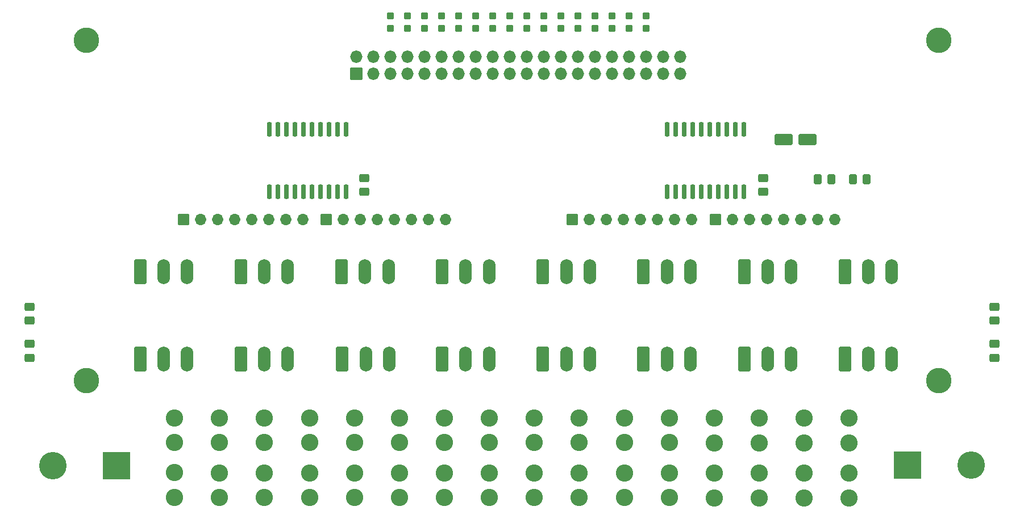
<source format=gbr>
%TF.GenerationSoftware,KiCad,Pcbnew,(6.0.5)*%
%TF.CreationDate,2022-06-05T14:12:05-04:00*%
%TF.ProjectId,PB_16,50425f31-362e-46b6-9963-61645f706362,v3*%
%TF.SameCoordinates,Original*%
%TF.FileFunction,Soldermask,Top*%
%TF.FilePolarity,Negative*%
%FSLAX46Y46*%
G04 Gerber Fmt 4.6, Leading zero omitted, Abs format (unit mm)*
G04 Created by KiCad (PCBNEW (6.0.5)) date 2022-06-05 14:12:05*
%MOMM*%
%LPD*%
G01*
G04 APERTURE LIST*
G04 Aperture macros list*
%AMRoundRect*
0 Rectangle with rounded corners*
0 $1 Rounding radius*
0 $2 $3 $4 $5 $6 $7 $8 $9 X,Y pos of 4 corners*
0 Add a 4 corners polygon primitive as box body*
4,1,4,$2,$3,$4,$5,$6,$7,$8,$9,$2,$3,0*
0 Add four circle primitives for the rounded corners*
1,1,$1+$1,$2,$3*
1,1,$1+$1,$4,$5*
1,1,$1+$1,$6,$7*
1,1,$1+$1,$8,$9*
0 Add four rect primitives between the rounded corners*
20,1,$1+$1,$2,$3,$4,$5,0*
20,1,$1+$1,$4,$5,$6,$7,0*
20,1,$1+$1,$6,$7,$8,$9,0*
20,1,$1+$1,$8,$9,$2,$3,0*%
G04 Aperture macros list end*
%ADD10RoundRect,0.288500X0.237500X-0.250000X0.237500X0.250000X-0.237500X0.250000X-0.237500X-0.250000X0*%
%ADD11RoundRect,0.300999X0.450001X-0.325001X0.450001X0.325001X-0.450001X0.325001X-0.450001X-0.325001X0*%
%ADD12RoundRect,0.301000X-0.650000X-1.550000X0.650000X-1.550000X0.650000X1.550000X-0.650000X1.550000X0*%
%ADD13O,1.902000X3.702000*%
%ADD14C,2.577000*%
%ADD15RoundRect,0.051000X-0.800000X-0.800000X0.800000X-0.800000X0.800000X0.800000X-0.800000X0.800000X0*%
%ADD16O,1.702000X1.702000*%
%ADD17C,3.802000*%
%ADD18RoundRect,0.300999X-0.450001X0.325001X-0.450001X-0.325001X0.450001X-0.325001X0.450001X0.325001X0*%
%ADD19RoundRect,0.300999X0.325001X0.450001X-0.325001X0.450001X-0.325001X-0.450001X0.325001X-0.450001X0*%
%ADD20RoundRect,0.051000X0.863600X-0.863600X0.863600X0.863600X-0.863600X0.863600X-0.863600X-0.863600X0*%
%ADD21O,1.829200X1.829200*%
%ADD22C,4.102000*%
%ADD23RoundRect,0.051000X2.000000X2.000000X-2.000000X2.000000X-2.000000X-2.000000X2.000000X-2.000000X0*%
%ADD24RoundRect,0.051000X-2.000000X-2.000000X2.000000X-2.000000X2.000000X2.000000X-2.000000X2.000000X0*%
%ADD25RoundRect,0.201000X-0.150000X0.875000X-0.150000X-0.875000X0.150000X-0.875000X0.150000X0.875000X0*%
%ADD26RoundRect,0.301000X-1.050000X-0.550000X1.050000X-0.550000X1.050000X0.550000X-1.050000X0.550000X0*%
G04 APERTURE END LIST*
D10*
%TO.C,R19*%
X164511000Y-80230300D03*
X164511000Y-78405300D03*
%TD*%
%TO.C,R18*%
X161967000Y-80230300D03*
X161967000Y-78405300D03*
%TD*%
%TO.C,R17*%
X159423000Y-80230300D03*
X159423000Y-78405300D03*
%TD*%
%TO.C,R16*%
X156879000Y-80230300D03*
X156879000Y-78405300D03*
%TD*%
%TO.C,R15*%
X154335000Y-80230300D03*
X154335000Y-78405300D03*
%TD*%
%TO.C,R14*%
X151791000Y-80230300D03*
X151791000Y-78405300D03*
%TD*%
%TO.C,R13*%
X149247000Y-80230300D03*
X149247000Y-78405300D03*
%TD*%
%TO.C,R12*%
X146703000Y-80230300D03*
X146703000Y-78405300D03*
%TD*%
%TO.C,R11*%
X144159000Y-80230300D03*
X144159000Y-78405300D03*
%TD*%
%TO.C,R10*%
X141615000Y-80230300D03*
X141615000Y-78405300D03*
%TD*%
%TO.C,R9*%
X139071000Y-80230300D03*
X139071000Y-78405300D03*
%TD*%
%TO.C,R8*%
X136527000Y-80230300D03*
X136527000Y-78405300D03*
%TD*%
%TO.C,R7*%
X133983000Y-80230300D03*
X133983000Y-78405300D03*
%TD*%
%TO.C,R6*%
X131439000Y-80230300D03*
X131439000Y-78405300D03*
%TD*%
%TO.C,R5*%
X128895000Y-80230300D03*
X128895000Y-78405300D03*
%TD*%
%TO.C,R4*%
X126351000Y-80230300D03*
X126351000Y-78405300D03*
%TD*%
D11*
%TO.C,C2*%
X181901000Y-104642800D03*
X181901000Y-102592800D03*
%TD*%
D12*
%TO.C,J2*%
X89100000Y-129600000D03*
D13*
X92600000Y-129600000D03*
X96100000Y-129600000D03*
%TD*%
D12*
%TO.C,J5*%
X119100000Y-116600000D03*
D13*
X122600000Y-116600000D03*
X126100000Y-116600000D03*
%TD*%
D12*
%TO.C,J6*%
X119214342Y-129600000D03*
D13*
X122714342Y-129600000D03*
X126214342Y-129600000D03*
%TD*%
D12*
%TO.C,J7*%
X134100000Y-116600000D03*
D13*
X137600000Y-116600000D03*
X141100000Y-116600000D03*
%TD*%
D12*
%TO.C,J8*%
X134100000Y-129600000D03*
D13*
X137600000Y-129600000D03*
X141100000Y-129600000D03*
%TD*%
D12*
%TO.C,J9*%
X149100000Y-116600000D03*
D13*
X152600000Y-116600000D03*
X156100000Y-116600000D03*
%TD*%
D12*
%TO.C,J10*%
X149100000Y-129600000D03*
D13*
X152600000Y-129600000D03*
X156100000Y-129600000D03*
%TD*%
D12*
%TO.C,J11*%
X164100000Y-116600000D03*
D13*
X167600000Y-116600000D03*
X171100000Y-116600000D03*
%TD*%
D12*
%TO.C,J12*%
X164100000Y-129600000D03*
D13*
X167600000Y-129600000D03*
X171100000Y-129600000D03*
%TD*%
D12*
%TO.C,J13*%
X179100000Y-116600000D03*
D13*
X182600000Y-116600000D03*
X186100000Y-116600000D03*
%TD*%
D12*
%TO.C,J14*%
X179100000Y-129600000D03*
D13*
X182600000Y-129600000D03*
X186100000Y-129600000D03*
%TD*%
D12*
%TO.C,J15*%
X194100000Y-116600000D03*
D13*
X197600000Y-116600000D03*
X201100000Y-116600000D03*
%TD*%
D12*
%TO.C,J16*%
X194100000Y-129600000D03*
D13*
X197600000Y-129600000D03*
X201100000Y-129600000D03*
%TD*%
D14*
%TO.C,F1*%
X94222600Y-150288600D03*
X94222600Y-146588600D03*
X94222600Y-142088600D03*
X94222600Y-138388600D03*
%TD*%
%TO.C,F7*%
X134425198Y-150298600D03*
X134425198Y-146598600D03*
X134425198Y-142098600D03*
X134425198Y-138398600D03*
%TD*%
%TO.C,F14*%
X181328229Y-150363600D03*
X181328229Y-146663600D03*
X181328229Y-142163600D03*
X181328229Y-138463600D03*
%TD*%
D11*
%TO.C,C1*%
X122501000Y-104642800D03*
X122501000Y-102592800D03*
%TD*%
D14*
%TO.C,F2*%
X100923033Y-150303600D03*
X100923033Y-146603600D03*
X100923033Y-142103600D03*
X100923033Y-138403600D03*
%TD*%
%TO.C,F6*%
X127724765Y-150298600D03*
X127724765Y-146598600D03*
X127724765Y-142098600D03*
X127724765Y-138398600D03*
%TD*%
%TO.C,F8*%
X141125631Y-150298600D03*
X141125631Y-146598600D03*
X141125631Y-142098600D03*
X141125631Y-138398600D03*
%TD*%
%TO.C,F9*%
X147826064Y-150298600D03*
X147826064Y-146598600D03*
X147826064Y-142098600D03*
X147826064Y-138398600D03*
%TD*%
%TO.C,F10*%
X154526497Y-150298600D03*
X154526497Y-146598600D03*
X154526497Y-142098600D03*
X154526497Y-138398600D03*
%TD*%
%TO.C,F16*%
X194729100Y-150363600D03*
X194729100Y-146663600D03*
X194729100Y-142163600D03*
X194729100Y-138463600D03*
%TD*%
%TO.C,F5*%
X121024332Y-150298600D03*
X121024332Y-146598600D03*
X121024332Y-142098600D03*
X121024332Y-138398600D03*
%TD*%
%TO.C,F3*%
X107623466Y-150303600D03*
X107623466Y-146603600D03*
X107623466Y-142103600D03*
X107623466Y-138403600D03*
%TD*%
%TO.C,F13*%
X174627796Y-150363600D03*
X174627796Y-146663600D03*
X174627796Y-142163600D03*
X174627796Y-138463600D03*
%TD*%
D15*
%TO.C,RN1*%
X95561500Y-108813600D03*
D16*
X98101500Y-108813600D03*
X100641500Y-108813600D03*
X103181500Y-108813600D03*
X105721500Y-108813600D03*
X108261500Y-108813600D03*
X110801500Y-108813600D03*
X113341500Y-108813600D03*
%TD*%
D14*
%TO.C,F11*%
X161226930Y-150298600D03*
X161226930Y-146598600D03*
X161226930Y-142098600D03*
X161226930Y-138398600D03*
%TD*%
D15*
%TO.C,RN3*%
X153486200Y-108813600D03*
D16*
X156026200Y-108813600D03*
X158566200Y-108813600D03*
X161106200Y-108813600D03*
X163646200Y-108813600D03*
X166186200Y-108813600D03*
X168726200Y-108813600D03*
X171266200Y-108813600D03*
%TD*%
D15*
%TO.C,RN4*%
X174812600Y-108813600D03*
D16*
X177352600Y-108813600D03*
X179892600Y-108813600D03*
X182432600Y-108813600D03*
X184972600Y-108813600D03*
X187512600Y-108813600D03*
X190052600Y-108813600D03*
X192592600Y-108813600D03*
%TD*%
D15*
%TO.C,RN2*%
X116852700Y-108813600D03*
D16*
X119392700Y-108813600D03*
X121932700Y-108813600D03*
X124472700Y-108813600D03*
X127012700Y-108813600D03*
X129552700Y-108813600D03*
X132092700Y-108813600D03*
X134632700Y-108813600D03*
%TD*%
D14*
%TO.C,F4*%
X114323899Y-150303600D03*
X114323899Y-146603600D03*
X114323899Y-142103600D03*
X114323899Y-138403600D03*
%TD*%
D12*
%TO.C,J1*%
X89100000Y-116600000D03*
D13*
X92600000Y-116600000D03*
X96100000Y-116600000D03*
%TD*%
D12*
%TO.C,J3*%
X104100000Y-116600000D03*
D13*
X107600000Y-116600000D03*
X111100000Y-116600000D03*
%TD*%
D12*
%TO.C,J4*%
X104100000Y-129600000D03*
D13*
X107600000Y-129600000D03*
X111100000Y-129600000D03*
%TD*%
D14*
%TO.C,F15*%
X188028662Y-150363600D03*
X188028662Y-146663600D03*
X188028662Y-142163600D03*
X188028662Y-138463600D03*
%TD*%
%TO.C,F12*%
X167927363Y-150298600D03*
X167927363Y-146598600D03*
X167927363Y-142098600D03*
X167927363Y-138398600D03*
%TD*%
D17*
%TO.C,REF\u002A\u002A*%
X81113000Y-82066600D03*
%TD*%
%TO.C,REF\u002A\u002A*%
X208113000Y-82066600D03*
%TD*%
D18*
%TO.C,D3*%
X72601000Y-121806000D03*
X72601000Y-123856000D03*
%TD*%
%TO.C,R1*%
X72601000Y-127367000D03*
X72601000Y-129417000D03*
%TD*%
D19*
%TO.C,D5*%
X192126000Y-102817800D03*
X190076000Y-102817800D03*
%TD*%
D20*
%TO.C,J19*%
X121301000Y-87057800D03*
D21*
X121301000Y-84517800D03*
X123841000Y-87057800D03*
X123841000Y-84517800D03*
X126381000Y-87057800D03*
X126381000Y-84517800D03*
X128921000Y-87057800D03*
X128921000Y-84517800D03*
X131461000Y-87057800D03*
X131461000Y-84517800D03*
X134001000Y-87057800D03*
X134001000Y-84517800D03*
X136541000Y-87057800D03*
X136541000Y-84517800D03*
X139081000Y-87057800D03*
X139081000Y-84517800D03*
X141621000Y-87057800D03*
X141621000Y-84517800D03*
X144161000Y-87057800D03*
X144161000Y-84517800D03*
X146701000Y-87057800D03*
X146701000Y-84517800D03*
X149241000Y-87057800D03*
X149241000Y-84517800D03*
X151781000Y-87057800D03*
X151781000Y-84517800D03*
X154321000Y-87057800D03*
X154321000Y-84517800D03*
X156861000Y-87057800D03*
X156861000Y-84517800D03*
X159401000Y-87057800D03*
X159401000Y-84517800D03*
X161941000Y-87057800D03*
X161941000Y-84517800D03*
X164481000Y-87057800D03*
X164481000Y-84517800D03*
X167021000Y-87057800D03*
X167021000Y-84517800D03*
X169561000Y-87057800D03*
X169561000Y-84517800D03*
%TD*%
D19*
%TO.C,R3*%
X197326000Y-102817800D03*
X195276000Y-102817800D03*
%TD*%
D22*
%TO.C,J17*%
X76101000Y-145517800D03*
D23*
X85601000Y-145517800D03*
%TD*%
D17*
%TO.C,REF\u002A\u002A*%
X208127600Y-132866600D03*
%TD*%
D24*
%TO.C,J18*%
X203401000Y-145417800D03*
D22*
X212901000Y-145417800D03*
%TD*%
D18*
%TO.C,R2*%
X216401000Y-127367000D03*
X216401000Y-129417000D03*
%TD*%
%TO.C,D4*%
X216401000Y-121806000D03*
X216401000Y-123856000D03*
%TD*%
D25*
%TO.C,U2*%
X179016000Y-95367800D03*
X177746000Y-95367800D03*
X176476000Y-95367800D03*
X175206000Y-95367800D03*
X173936000Y-95367800D03*
X172666000Y-95367800D03*
X171396000Y-95367800D03*
X170126000Y-95367800D03*
X168856000Y-95367800D03*
X167586000Y-95367800D03*
X167586000Y-104667800D03*
X168856000Y-104667800D03*
X170126000Y-104667800D03*
X171396000Y-104667800D03*
X172666000Y-104667800D03*
X173936000Y-104667800D03*
X175206000Y-104667800D03*
X176476000Y-104667800D03*
X177746000Y-104667800D03*
X179016000Y-104667800D03*
%TD*%
%TO.C,U1*%
X119816000Y-95367800D03*
X118546000Y-95367800D03*
X117276000Y-95367800D03*
X116006000Y-95367800D03*
X114736000Y-95367800D03*
X113466000Y-95367800D03*
X112196000Y-95367800D03*
X110926000Y-95367800D03*
X109656000Y-95367800D03*
X108386000Y-95367800D03*
X108386000Y-104667800D03*
X109656000Y-104667800D03*
X110926000Y-104667800D03*
X112196000Y-104667800D03*
X113466000Y-104667800D03*
X114736000Y-104667800D03*
X116006000Y-104667800D03*
X117276000Y-104667800D03*
X118546000Y-104667800D03*
X119816000Y-104667800D03*
%TD*%
D26*
%TO.C,C3*%
X184951000Y-96817800D03*
X188551000Y-96817800D03*
%TD*%
D17*
%TO.C,REF\u002A\u002A*%
X81127600Y-132866600D03*
%TD*%
M02*

</source>
